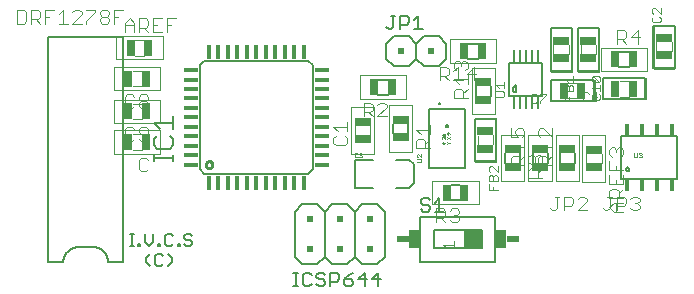
<source format=gto>
G75*
%MOIN*%
%OFA0B0*%
%FSLAX25Y25*%
%IPPOS*%
%LPD*%
%AMOC8*
5,1,8,0,0,1.08239X$1,22.5*
%
%ADD10C,0.00700*%
%ADD11C,0.00200*%
%ADD12C,0.00400*%
%ADD13R,0.02953X0.05709*%
%ADD14R,0.05709X0.02953*%
%ADD15C,0.00800*%
%ADD16C,0.00100*%
%ADD17C,0.01000*%
%ADD18C,0.00600*%
%ADD19R,0.01574X0.04528*%
%ADD20R,0.01575X0.04528*%
%ADD21R,0.01575X0.04528*%
%ADD22R,0.04528X0.01574*%
%ADD23R,0.04528X0.01575*%
%ADD24R,0.04528X0.01575*%
%ADD25C,0.00500*%
%ADD26R,0.02000X0.02000*%
%ADD27R,0.05512X0.02559*%
%ADD28R,0.02559X0.05512*%
%ADD29C,0.00300*%
%ADD30R,0.06000X0.06000*%
%ADD31R,0.03600X0.05900*%
%ADD32R,0.04200X0.02400*%
%ADD33R,0.00984X0.03937*%
%ADD34R,0.01400X0.04000*%
D10*
X0040396Y0016235D02*
X0041739Y0016235D01*
X0041068Y0016235D02*
X0041068Y0020263D01*
X0041739Y0020263D02*
X0040396Y0020263D01*
X0045471Y0020263D02*
X0045471Y0017577D01*
X0046814Y0016235D01*
X0048157Y0017577D01*
X0048157Y0020263D01*
X0051997Y0019591D02*
X0051997Y0016906D01*
X0052668Y0016235D01*
X0054011Y0016235D01*
X0054682Y0016906D01*
X0056347Y0016906D02*
X0057018Y0016906D01*
X0057018Y0016235D01*
X0056347Y0016235D01*
X0056347Y0016906D01*
X0058522Y0016906D02*
X0059193Y0016235D01*
X0060536Y0016235D01*
X0061207Y0016906D01*
X0061207Y0017577D01*
X0060536Y0018249D01*
X0059193Y0018249D01*
X0058522Y0018920D01*
X0058522Y0019591D01*
X0059193Y0020263D01*
X0060536Y0020263D01*
X0061207Y0019591D01*
X0054682Y0019591D02*
X0054011Y0020263D01*
X0052668Y0020263D01*
X0051997Y0019591D01*
X0050493Y0016906D02*
X0050493Y0016235D01*
X0049822Y0016235D01*
X0049822Y0016906D01*
X0050493Y0016906D01*
X0050691Y0013830D02*
X0049349Y0013830D01*
X0048677Y0013159D01*
X0048677Y0010474D01*
X0049349Y0009802D01*
X0050691Y0009802D01*
X0051363Y0010474D01*
X0053028Y0009802D02*
X0054370Y0011145D01*
X0054370Y0012488D01*
X0053028Y0013830D01*
X0051363Y0013159D02*
X0050691Y0013830D01*
X0047120Y0013830D02*
X0045777Y0012488D01*
X0045777Y0011145D01*
X0047120Y0009802D01*
X0043968Y0016235D02*
X0043296Y0016235D01*
X0043296Y0016906D01*
X0043968Y0016906D01*
X0043968Y0016235D01*
D11*
X0050630Y0047098D02*
X0035094Y0047098D01*
X0035094Y0054838D01*
X0050630Y0054838D01*
X0050630Y0047098D01*
X0050621Y0057317D02*
X0035086Y0057317D01*
X0035086Y0065057D01*
X0050621Y0065057D01*
X0050621Y0057317D01*
X0050621Y0068241D02*
X0035086Y0068241D01*
X0035086Y0075981D01*
X0050621Y0075981D01*
X0050621Y0068241D01*
X0051423Y0078560D02*
X0035888Y0078560D01*
X0035888Y0086300D01*
X0051423Y0086300D01*
X0051423Y0078560D01*
X0114169Y0062560D02*
X0121909Y0062560D01*
X0121909Y0047025D01*
X0114169Y0047025D01*
X0114169Y0062560D01*
X0117077Y0065436D02*
X0117077Y0073176D01*
X0132612Y0073176D01*
X0132612Y0065436D01*
X0117077Y0065436D01*
X0126779Y0063223D02*
X0134519Y0063223D01*
X0134519Y0047688D01*
X0126779Y0047688D01*
X0126779Y0063223D01*
X0146140Y0053821D02*
X0146640Y0054321D01*
X0147140Y0053821D01*
X0146640Y0053321D02*
X0146640Y0054321D01*
X0147040Y0052588D02*
X0146040Y0051921D01*
X0145540Y0051921D02*
X0145540Y0052588D01*
X0146040Y0052588D02*
X0147040Y0051921D01*
X0147040Y0050754D02*
X0146540Y0050754D01*
X0146206Y0051088D01*
X0146040Y0051088D01*
X0145640Y0050821D02*
X0144640Y0050821D01*
X0145140Y0051321D01*
X0145374Y0051921D02*
X0145540Y0051921D01*
X0145374Y0051921D02*
X0144706Y0052588D01*
X0144540Y0052588D01*
X0144540Y0051921D01*
X0144640Y0050821D02*
X0145140Y0050321D01*
X0146040Y0050421D02*
X0146206Y0050421D01*
X0146540Y0050754D01*
X0145040Y0053321D02*
X0145042Y0053341D01*
X0145048Y0053359D01*
X0145057Y0053377D01*
X0145069Y0053392D01*
X0145084Y0053404D01*
X0145102Y0053413D01*
X0145120Y0053419D01*
X0145140Y0053421D01*
X0145160Y0053419D01*
X0145178Y0053413D01*
X0145196Y0053404D01*
X0145211Y0053392D01*
X0145223Y0053377D01*
X0145232Y0053359D01*
X0145238Y0053341D01*
X0145240Y0053321D01*
X0145238Y0053301D01*
X0145232Y0053283D01*
X0145223Y0053265D01*
X0145211Y0053250D01*
X0145196Y0053238D01*
X0145178Y0053229D01*
X0145160Y0053223D01*
X0145140Y0053221D01*
X0145120Y0053223D01*
X0145102Y0053229D01*
X0145084Y0053238D01*
X0145069Y0053250D01*
X0145057Y0053265D01*
X0145048Y0053283D01*
X0145042Y0053301D01*
X0145040Y0053321D01*
X0144640Y0053321D02*
X0144642Y0053365D01*
X0144648Y0053409D01*
X0144658Y0053452D01*
X0144671Y0053494D01*
X0144688Y0053535D01*
X0144709Y0053574D01*
X0144733Y0053611D01*
X0144760Y0053646D01*
X0144790Y0053678D01*
X0144823Y0053708D01*
X0144859Y0053734D01*
X0144896Y0053758D01*
X0144936Y0053777D01*
X0144977Y0053794D01*
X0145020Y0053806D01*
X0145063Y0053815D01*
X0145107Y0053820D01*
X0145151Y0053821D01*
X0145195Y0053818D01*
X0145239Y0053811D01*
X0145282Y0053800D01*
X0145324Y0053786D01*
X0145364Y0053768D01*
X0145403Y0053746D01*
X0145439Y0053722D01*
X0145473Y0053694D01*
X0145505Y0053663D01*
X0145534Y0053629D01*
X0145560Y0053593D01*
X0145582Y0053555D01*
X0145601Y0053515D01*
X0145616Y0053473D01*
X0145628Y0053431D01*
X0145636Y0053387D01*
X0145640Y0053343D01*
X0145640Y0053299D01*
X0145636Y0053255D01*
X0145628Y0053211D01*
X0145616Y0053169D01*
X0145601Y0053127D01*
X0145582Y0053087D01*
X0145560Y0053049D01*
X0145534Y0053013D01*
X0145505Y0052979D01*
X0145473Y0052948D01*
X0145439Y0052920D01*
X0145403Y0052896D01*
X0145364Y0052874D01*
X0145324Y0052856D01*
X0145282Y0052842D01*
X0145239Y0052831D01*
X0145195Y0052824D01*
X0145151Y0052821D01*
X0145107Y0052822D01*
X0145063Y0052827D01*
X0145020Y0052836D01*
X0144977Y0052848D01*
X0144936Y0052865D01*
X0144896Y0052884D01*
X0144859Y0052908D01*
X0144823Y0052934D01*
X0144790Y0052964D01*
X0144760Y0052996D01*
X0144733Y0053031D01*
X0144709Y0053068D01*
X0144688Y0053107D01*
X0144671Y0053148D01*
X0144658Y0053190D01*
X0144648Y0053233D01*
X0144642Y0053277D01*
X0144640Y0053321D01*
X0155494Y0059069D02*
X0162447Y0059069D01*
X0162447Y0044321D01*
X0155494Y0044321D01*
X0155494Y0059069D01*
X0154410Y0060254D02*
X0162150Y0060254D01*
X0162150Y0075789D01*
X0154410Y0075789D01*
X0154410Y0060254D01*
X0164210Y0053389D02*
X0171950Y0053389D01*
X0171950Y0037854D01*
X0164210Y0037854D01*
X0164210Y0053389D01*
X0173310Y0053389D02*
X0181050Y0053389D01*
X0181050Y0037854D01*
X0173310Y0037854D01*
X0173310Y0053389D01*
X0182410Y0053389D02*
X0190150Y0053389D01*
X0190150Y0037854D01*
X0182410Y0037854D01*
X0182410Y0053389D01*
X0191197Y0053307D02*
X0198937Y0053307D01*
X0198937Y0037771D01*
X0191197Y0037771D01*
X0191197Y0053307D01*
X0195426Y0064674D02*
X0180678Y0064674D01*
X0180678Y0071627D01*
X0195426Y0071627D01*
X0195426Y0064674D01*
X0197806Y0065245D02*
X0197806Y0072198D01*
X0212554Y0072198D01*
X0212554Y0065245D01*
X0197806Y0065245D01*
X0196732Y0074401D02*
X0189779Y0074401D01*
X0189779Y0089149D01*
X0196732Y0089149D01*
X0196732Y0074401D01*
X0197412Y0074652D02*
X0197412Y0082392D01*
X0212948Y0082392D01*
X0212948Y0074652D01*
X0197412Y0074652D01*
X0187710Y0074412D02*
X0180757Y0074412D01*
X0180757Y0089160D01*
X0187710Y0089160D01*
X0187710Y0074412D01*
X0162548Y0077452D02*
X0162548Y0085192D01*
X0147012Y0085192D01*
X0147012Y0077452D01*
X0162548Y0077452D01*
X0215004Y0075348D02*
X0221956Y0075348D01*
X0221956Y0090096D01*
X0215004Y0090096D01*
X0215004Y0075348D01*
X0156769Y0037911D02*
X0141233Y0037911D01*
X0141233Y0030170D01*
X0156769Y0030170D01*
X0156769Y0037911D01*
D12*
X0167376Y0043322D02*
X0167376Y0045624D01*
X0168143Y0046391D01*
X0169678Y0046391D01*
X0170445Y0045624D01*
X0170445Y0043322D01*
X0170445Y0044856D02*
X0171980Y0046391D01*
X0173276Y0046020D02*
X0174043Y0046787D01*
X0174811Y0046787D01*
X0175578Y0046020D01*
X0175578Y0044485D01*
X0174811Y0043718D01*
X0174043Y0043718D01*
X0173276Y0044485D01*
X0173276Y0046020D01*
X0175578Y0046020D02*
X0176345Y0046787D01*
X0177113Y0046787D01*
X0177880Y0046020D01*
X0177880Y0044485D01*
X0177113Y0043718D01*
X0176345Y0043718D01*
X0175578Y0044485D01*
X0176476Y0045624D02*
X0176476Y0043322D01*
X0181080Y0043322D01*
X0179545Y0043322D02*
X0179545Y0045624D01*
X0178778Y0046391D01*
X0177243Y0046391D01*
X0176476Y0045624D01*
X0179545Y0044856D02*
X0181080Y0046391D01*
X0181080Y0047926D02*
X0181080Y0050995D01*
X0181080Y0052530D02*
X0178011Y0055599D01*
X0177243Y0055599D01*
X0176476Y0054832D01*
X0176476Y0053297D01*
X0177243Y0052530D01*
X0176476Y0049460D02*
X0181080Y0049460D01*
X0181080Y0052530D02*
X0181080Y0055599D01*
X0171980Y0054832D02*
X0171980Y0053297D01*
X0171213Y0052530D01*
X0169678Y0052530D02*
X0168911Y0054064D01*
X0168911Y0054832D01*
X0169678Y0055599D01*
X0171213Y0055599D01*
X0171980Y0054832D01*
X0167376Y0055599D02*
X0167376Y0052530D01*
X0169678Y0052530D01*
X0171980Y0050995D02*
X0171980Y0047926D01*
X0168911Y0047926D02*
X0167376Y0049460D01*
X0171980Y0049460D01*
X0176476Y0049460D02*
X0178011Y0047926D01*
X0171980Y0043322D02*
X0167376Y0043322D01*
X0173276Y0041416D02*
X0174043Y0042183D01*
X0175578Y0042183D01*
X0176345Y0041416D01*
X0176345Y0039114D01*
X0177880Y0039114D02*
X0173276Y0039114D01*
X0173276Y0041416D01*
X0176345Y0040649D02*
X0177880Y0042183D01*
X0192468Y0044039D02*
X0192468Y0046941D01*
X0197665Y0047039D02*
X0197665Y0044039D01*
X0200263Y0044600D02*
X0200263Y0041531D01*
X0204867Y0041531D01*
X0204867Y0039997D02*
X0204867Y0036927D01*
X0200263Y0036927D01*
X0200263Y0039997D01*
X0202565Y0041531D02*
X0202565Y0043066D01*
X0204099Y0046135D02*
X0204867Y0046902D01*
X0204867Y0048437D01*
X0204099Y0049204D01*
X0203332Y0049204D01*
X0202565Y0048437D01*
X0202565Y0047670D01*
X0202565Y0048437D02*
X0201797Y0049204D01*
X0201030Y0049204D01*
X0200263Y0048437D01*
X0200263Y0046902D01*
X0201030Y0046135D01*
X0202565Y0038462D02*
X0202565Y0036927D01*
X0202565Y0035393D02*
X0201030Y0035393D01*
X0200263Y0034625D01*
X0200263Y0032323D01*
X0204867Y0032323D01*
X0204992Y0032805D02*
X0202690Y0032805D01*
X0202690Y0028201D01*
X0202565Y0027719D02*
X0202565Y0030789D01*
X0201797Y0030789D02*
X0204867Y0030789D01*
X0205760Y0030503D02*
X0204992Y0029736D01*
X0202690Y0029736D01*
X0201797Y0030789D02*
X0200263Y0029254D01*
X0201797Y0027719D01*
X0204867Y0027719D01*
X0207294Y0028969D02*
X0208061Y0028201D01*
X0209596Y0028201D01*
X0210363Y0028969D01*
X0210363Y0029736D01*
X0209596Y0030503D01*
X0208829Y0030503D01*
X0209596Y0030503D02*
X0210363Y0031271D01*
X0210363Y0032038D01*
X0209596Y0032805D01*
X0208061Y0032805D01*
X0207294Y0032038D01*
X0205760Y0032038D02*
X0205760Y0030503D01*
X0205760Y0032038D02*
X0204992Y0032805D01*
X0203332Y0032323D02*
X0203332Y0034625D01*
X0202565Y0035393D01*
X0203332Y0033858D02*
X0204867Y0035393D01*
X0201156Y0032805D02*
X0199621Y0032805D01*
X0200388Y0032805D02*
X0200388Y0028969D01*
X0199621Y0028201D01*
X0198854Y0028201D01*
X0198086Y0028969D01*
X0192732Y0028207D02*
X0189663Y0028207D01*
X0192732Y0031276D01*
X0192732Y0032043D01*
X0191965Y0032811D01*
X0190430Y0032811D01*
X0189663Y0032043D01*
X0188128Y0032043D02*
X0188128Y0030509D01*
X0187361Y0029741D01*
X0185059Y0029741D01*
X0182757Y0028974D02*
X0182757Y0032811D01*
X0183524Y0032811D02*
X0181989Y0032811D01*
X0185059Y0032811D02*
X0187361Y0032811D01*
X0188128Y0032043D01*
X0185059Y0032811D02*
X0185059Y0028207D01*
X0182757Y0028974D02*
X0181989Y0028207D01*
X0181222Y0028207D01*
X0180455Y0028974D01*
X0150166Y0028077D02*
X0150166Y0027310D01*
X0149399Y0026542D01*
X0150166Y0025775D01*
X0150166Y0025008D01*
X0149399Y0024240D01*
X0147864Y0024240D01*
X0147097Y0025008D01*
X0145563Y0024240D02*
X0144028Y0025775D01*
X0144795Y0025775D02*
X0142493Y0025775D01*
X0142493Y0024240D02*
X0142493Y0028844D01*
X0144795Y0028844D01*
X0145563Y0028077D01*
X0145563Y0026542D01*
X0144795Y0025775D01*
X0147097Y0028077D02*
X0147864Y0028844D01*
X0149399Y0028844D01*
X0150166Y0028077D01*
X0149399Y0026542D02*
X0148632Y0026542D01*
X0140449Y0048948D02*
X0135845Y0048948D01*
X0135845Y0051250D01*
X0136613Y0052017D01*
X0138147Y0052017D01*
X0138915Y0051250D01*
X0138915Y0048948D01*
X0138915Y0050482D02*
X0140449Y0052017D01*
X0140449Y0053552D02*
X0140449Y0056621D01*
X0140449Y0055086D02*
X0135845Y0055086D01*
X0137380Y0053552D01*
X0126010Y0059506D02*
X0122941Y0059506D01*
X0126010Y0062575D01*
X0126010Y0063343D01*
X0125243Y0064110D01*
X0123708Y0064110D01*
X0122941Y0063343D01*
X0121406Y0063343D02*
X0121406Y0061808D01*
X0120639Y0061041D01*
X0118337Y0061041D01*
X0119871Y0061041D02*
X0121406Y0059506D01*
X0118337Y0059506D02*
X0118337Y0064110D01*
X0120639Y0064110D01*
X0121406Y0063343D01*
X0112839Y0057666D02*
X0112839Y0054597D01*
X0112072Y0053062D02*
X0112839Y0052295D01*
X0112839Y0050760D01*
X0112072Y0049993D01*
X0109002Y0049993D01*
X0108235Y0050760D01*
X0108235Y0052295D01*
X0109002Y0053062D01*
X0109770Y0054597D02*
X0108235Y0056131D01*
X0112839Y0056131D01*
X0115441Y0056293D02*
X0115441Y0053293D01*
X0120637Y0053391D02*
X0120637Y0056293D01*
X0148476Y0065722D02*
X0148476Y0068024D01*
X0149243Y0068791D01*
X0150778Y0068791D01*
X0151545Y0068024D01*
X0151545Y0065722D01*
X0151545Y0067256D02*
X0153080Y0068791D01*
X0153080Y0070326D02*
X0153080Y0073395D01*
X0152876Y0073824D02*
X0155945Y0073824D01*
X0155178Y0071522D02*
X0155178Y0076126D01*
X0152876Y0073824D01*
X0152313Y0074930D02*
X0153080Y0075697D01*
X0153080Y0077232D01*
X0152313Y0077999D01*
X0151545Y0077999D01*
X0150778Y0077232D01*
X0150778Y0076464D01*
X0150778Y0077232D02*
X0150011Y0077999D01*
X0149243Y0077999D01*
X0148476Y0077232D01*
X0148476Y0075697D01*
X0149243Y0074930D01*
X0148272Y0074591D02*
X0149807Y0076126D01*
X0149807Y0071522D01*
X0150011Y0070326D02*
X0148476Y0071860D01*
X0153080Y0071860D01*
X0151341Y0071522D02*
X0148272Y0071522D01*
X0146738Y0071522D02*
X0145203Y0073056D01*
X0145970Y0073056D02*
X0143668Y0073056D01*
X0143668Y0071522D02*
X0143668Y0076126D01*
X0145970Y0076126D01*
X0146738Y0075358D01*
X0146738Y0073824D01*
X0145970Y0073056D01*
X0148476Y0065722D02*
X0153080Y0065722D01*
X0156372Y0053097D02*
X0156372Y0050195D01*
X0161569Y0050195D02*
X0161569Y0053195D01*
X0186552Y0065552D02*
X0189552Y0065552D01*
X0189453Y0070749D02*
X0186552Y0070749D01*
X0203680Y0071320D02*
X0206582Y0071320D01*
X0206680Y0066123D02*
X0203680Y0066123D01*
X0195854Y0080275D02*
X0195854Y0083275D01*
X0190657Y0083176D02*
X0190657Y0080275D01*
X0186832Y0080286D02*
X0186832Y0083286D01*
X0181635Y0083188D02*
X0181635Y0080286D01*
X0202880Y0083722D02*
X0202880Y0088326D01*
X0205182Y0088326D01*
X0205949Y0087558D01*
X0205949Y0086024D01*
X0205182Y0085256D01*
X0202880Y0085256D01*
X0204415Y0085256D02*
X0205949Y0083722D01*
X0209786Y0083722D02*
X0209786Y0088326D01*
X0207484Y0086024D01*
X0210553Y0086024D01*
X0215882Y0084222D02*
X0215882Y0081222D01*
X0221078Y0081320D02*
X0221078Y0084222D01*
X0055737Y0092234D02*
X0052667Y0092234D01*
X0052667Y0087630D01*
X0051133Y0087630D02*
X0048063Y0087630D01*
X0048063Y0092234D01*
X0051133Y0092234D01*
X0052667Y0089932D02*
X0054202Y0089932D01*
X0049598Y0089932D02*
X0048063Y0089932D01*
X0046529Y0089932D02*
X0045761Y0089165D01*
X0043460Y0089165D01*
X0044994Y0089165D02*
X0046529Y0087630D01*
X0043460Y0087630D02*
X0043460Y0092234D01*
X0045761Y0092234D01*
X0046529Y0091467D01*
X0046529Y0089932D01*
X0041925Y0089932D02*
X0038856Y0089932D01*
X0038856Y0090699D02*
X0040390Y0092234D01*
X0041925Y0090699D01*
X0041925Y0087630D01*
X0038856Y0087630D02*
X0038856Y0090699D01*
X0035094Y0090449D02*
X0035094Y0095052D01*
X0038163Y0095052D01*
X0036629Y0092751D02*
X0035094Y0092751D01*
X0033559Y0093518D02*
X0032792Y0092751D01*
X0031258Y0092751D01*
X0030490Y0093518D01*
X0030490Y0094285D01*
X0031258Y0095052D01*
X0032792Y0095052D01*
X0033559Y0094285D01*
X0033559Y0093518D01*
X0032792Y0092751D02*
X0033559Y0091983D01*
X0033559Y0091216D01*
X0032792Y0090449D01*
X0031258Y0090449D01*
X0030490Y0091216D01*
X0030490Y0091983D01*
X0031258Y0092751D01*
X0028956Y0094285D02*
X0025886Y0091216D01*
X0025886Y0090449D01*
X0024352Y0090449D02*
X0021282Y0090449D01*
X0024352Y0093518D01*
X0024352Y0094285D01*
X0023584Y0095052D01*
X0022050Y0095052D01*
X0021282Y0094285D01*
X0018213Y0095052D02*
X0018213Y0090449D01*
X0016678Y0090449D02*
X0019748Y0090449D01*
X0013609Y0092751D02*
X0012075Y0092751D01*
X0010540Y0092751D02*
X0009773Y0091983D01*
X0007471Y0091983D01*
X0009005Y0091983D02*
X0010540Y0090449D01*
X0012075Y0090449D02*
X0012075Y0095052D01*
X0015144Y0095052D01*
X0016678Y0093518D02*
X0018213Y0095052D01*
X0025886Y0095052D02*
X0028956Y0095052D01*
X0028956Y0094285D01*
X0010540Y0094285D02*
X0010540Y0092751D01*
X0010540Y0094285D02*
X0009773Y0095052D01*
X0007471Y0095052D01*
X0007471Y0090449D01*
X0005936Y0091216D02*
X0005936Y0094285D01*
X0005169Y0095052D01*
X0002867Y0095052D01*
X0002867Y0090449D01*
X0005169Y0090449D01*
X0005936Y0091216D01*
X0042156Y0085028D02*
X0045156Y0085028D01*
X0045156Y0079832D02*
X0042254Y0079832D01*
X0041354Y0074710D02*
X0044255Y0074710D01*
X0044354Y0069513D02*
X0041354Y0069513D01*
X0041148Y0066915D02*
X0039613Y0066915D01*
X0038846Y0066148D01*
X0038846Y0063079D01*
X0039613Y0062311D01*
X0041148Y0062311D01*
X0041915Y0063079D01*
X0041354Y0063786D02*
X0044255Y0063786D01*
X0043450Y0063846D02*
X0044217Y0064613D01*
X0045752Y0064613D01*
X0046519Y0063846D01*
X0046519Y0063079D01*
X0045752Y0062311D01*
X0044217Y0062311D01*
X0043450Y0063079D01*
X0043450Y0063846D01*
X0044217Y0064613D02*
X0043450Y0065381D01*
X0043450Y0066148D01*
X0044217Y0066915D01*
X0045752Y0066915D01*
X0046519Y0066148D01*
X0046519Y0065381D01*
X0045752Y0064613D01*
X0041915Y0066148D02*
X0041148Y0066915D01*
X0041354Y0058589D02*
X0044354Y0058589D01*
X0044217Y0055991D02*
X0043450Y0055224D01*
X0043450Y0054457D01*
X0044217Y0053689D01*
X0046519Y0053689D01*
X0046519Y0052155D02*
X0046519Y0055224D01*
X0045752Y0055991D01*
X0044217Y0055991D01*
X0041915Y0055224D02*
X0041148Y0055991D01*
X0039613Y0055991D01*
X0038846Y0055224D01*
X0038846Y0052155D01*
X0039613Y0051387D01*
X0041148Y0051387D01*
X0041915Y0052155D01*
X0041362Y0053566D02*
X0044264Y0053566D01*
X0043450Y0052155D02*
X0044217Y0051387D01*
X0045752Y0051387D01*
X0046519Y0052155D01*
X0044362Y0048370D02*
X0041362Y0048370D01*
X0044225Y0045772D02*
X0043458Y0045005D01*
X0043458Y0041935D01*
X0044225Y0041168D01*
X0045760Y0041168D01*
X0046527Y0041935D01*
X0046527Y0045005D02*
X0045760Y0045772D01*
X0044225Y0045772D01*
D13*
X0045685Y0050964D03*
X0039985Y0050964D03*
X0039977Y0061183D03*
X0045677Y0061183D03*
X0045677Y0072107D03*
X0039977Y0072107D03*
X0040832Y0082435D03*
X0046532Y0082435D03*
X0185175Y0068146D03*
X0190875Y0068146D03*
X0202303Y0068717D03*
X0208003Y0068717D03*
D14*
X0218475Y0079898D03*
X0218475Y0085598D03*
X0193260Y0084598D03*
X0184238Y0084610D03*
X0184238Y0078910D03*
X0193260Y0078898D03*
X0158975Y0054519D03*
X0158975Y0048819D03*
X0195071Y0048363D03*
X0195071Y0042663D03*
X0118035Y0051969D03*
X0118035Y0057669D03*
D15*
X0140235Y0062163D02*
X0143385Y0062163D01*
X0143440Y0063758D02*
X0143442Y0063786D01*
X0143448Y0063813D01*
X0143457Y0063839D01*
X0143470Y0063864D01*
X0143487Y0063887D01*
X0143506Y0063907D01*
X0143528Y0063924D01*
X0143552Y0063938D01*
X0143578Y0063948D01*
X0143605Y0063955D01*
X0143633Y0063958D01*
X0143661Y0063957D01*
X0143688Y0063952D01*
X0143715Y0063943D01*
X0143740Y0063931D01*
X0143763Y0063916D01*
X0143784Y0063897D01*
X0143802Y0063876D01*
X0143817Y0063852D01*
X0143828Y0063826D01*
X0143836Y0063800D01*
X0143840Y0063772D01*
X0143840Y0063744D01*
X0143836Y0063716D01*
X0143828Y0063690D01*
X0143817Y0063664D01*
X0143802Y0063640D01*
X0143784Y0063619D01*
X0143763Y0063600D01*
X0143740Y0063585D01*
X0143715Y0063573D01*
X0143688Y0063564D01*
X0143661Y0063559D01*
X0143633Y0063558D01*
X0143605Y0063561D01*
X0143578Y0063568D01*
X0143552Y0063578D01*
X0143528Y0063592D01*
X0143506Y0063609D01*
X0143487Y0063629D01*
X0143470Y0063652D01*
X0143457Y0063677D01*
X0143448Y0063703D01*
X0143442Y0063730D01*
X0143440Y0063758D01*
X0148896Y0062163D02*
X0152046Y0062163D01*
X0145746Y0056258D02*
X0145748Y0056297D01*
X0145754Y0056336D01*
X0145764Y0056374D01*
X0145777Y0056411D01*
X0145794Y0056446D01*
X0145814Y0056480D01*
X0145838Y0056511D01*
X0145865Y0056540D01*
X0145894Y0056566D01*
X0145926Y0056589D01*
X0145960Y0056609D01*
X0145996Y0056625D01*
X0146033Y0056637D01*
X0146072Y0056646D01*
X0146111Y0056651D01*
X0146150Y0056652D01*
X0146189Y0056649D01*
X0146228Y0056642D01*
X0146265Y0056631D01*
X0146302Y0056617D01*
X0146337Y0056599D01*
X0146370Y0056578D01*
X0146401Y0056553D01*
X0146429Y0056526D01*
X0146454Y0056496D01*
X0146476Y0056463D01*
X0146495Y0056429D01*
X0146510Y0056393D01*
X0146522Y0056355D01*
X0146530Y0056317D01*
X0146534Y0056278D01*
X0146534Y0056238D01*
X0146530Y0056199D01*
X0146522Y0056161D01*
X0146510Y0056123D01*
X0146495Y0056087D01*
X0146476Y0056053D01*
X0146454Y0056020D01*
X0146429Y0055990D01*
X0146401Y0055963D01*
X0146370Y0055938D01*
X0146337Y0055917D01*
X0146302Y0055899D01*
X0146265Y0055885D01*
X0146228Y0055874D01*
X0146189Y0055867D01*
X0146150Y0055864D01*
X0146111Y0055865D01*
X0146072Y0055870D01*
X0146033Y0055879D01*
X0145996Y0055891D01*
X0145960Y0055907D01*
X0145926Y0055927D01*
X0145894Y0055950D01*
X0145865Y0055976D01*
X0145838Y0056005D01*
X0145814Y0056036D01*
X0145794Y0056070D01*
X0145777Y0056105D01*
X0145764Y0056142D01*
X0145754Y0056180D01*
X0145748Y0056219D01*
X0145746Y0056258D01*
X0166934Y0066350D02*
X0166934Y0077374D01*
X0177958Y0077374D01*
X0177958Y0066350D01*
X0166934Y0066350D01*
X0169297Y0067531D02*
X0169297Y0069893D01*
X0169230Y0069891D01*
X0169162Y0069885D01*
X0169096Y0069876D01*
X0169030Y0069862D01*
X0168964Y0069845D01*
X0168900Y0069824D01*
X0168837Y0069800D01*
X0168776Y0069772D01*
X0168716Y0069740D01*
X0168659Y0069706D01*
X0168603Y0069667D01*
X0168549Y0069626D01*
X0168498Y0069582D01*
X0168450Y0069535D01*
X0168404Y0069485D01*
X0168362Y0069433D01*
X0168322Y0069379D01*
X0168286Y0069322D01*
X0168252Y0069263D01*
X0168223Y0069203D01*
X0168196Y0069140D01*
X0168174Y0069077D01*
X0168155Y0069012D01*
X0168140Y0068947D01*
X0168128Y0068880D01*
X0168120Y0068813D01*
X0168116Y0068746D01*
X0168116Y0068678D01*
X0168120Y0068611D01*
X0168128Y0068544D01*
X0168140Y0068477D01*
X0168155Y0068412D01*
X0168174Y0068347D01*
X0168196Y0068284D01*
X0168223Y0068221D01*
X0168252Y0068161D01*
X0168286Y0068102D01*
X0168322Y0068045D01*
X0168362Y0067991D01*
X0168404Y0067939D01*
X0168450Y0067889D01*
X0168498Y0067842D01*
X0168549Y0067798D01*
X0168603Y0067757D01*
X0168659Y0067718D01*
X0168716Y0067684D01*
X0168776Y0067652D01*
X0168837Y0067624D01*
X0168900Y0067600D01*
X0168964Y0067579D01*
X0169030Y0067562D01*
X0169096Y0067548D01*
X0169162Y0067539D01*
X0169230Y0067533D01*
X0169297Y0067531D01*
X0135124Y0043549D02*
X0133549Y0045123D01*
X0129219Y0045123D01*
X0135124Y0043549D02*
X0135124Y0037249D01*
X0133549Y0035675D01*
X0129219Y0035675D01*
X0121345Y0035675D02*
X0115439Y0035675D01*
X0115439Y0045123D01*
X0121345Y0045123D01*
X0140235Y0042478D02*
X0143385Y0042478D01*
X0148896Y0042478D02*
X0152046Y0042478D01*
X0101480Y0041905D02*
X0099905Y0040330D01*
X0065259Y0040330D01*
X0063684Y0041905D01*
X0063684Y0076551D01*
X0065259Y0078125D01*
X0099905Y0078125D01*
X0101480Y0076551D01*
X0101480Y0041905D01*
X0205837Y0041960D02*
X0205839Y0042007D01*
X0205845Y0042054D01*
X0205855Y0042101D01*
X0205868Y0042146D01*
X0205886Y0042190D01*
X0205907Y0042232D01*
X0205931Y0042273D01*
X0205959Y0042311D01*
X0205990Y0042347D01*
X0206024Y0042380D01*
X0206060Y0042410D01*
X0206099Y0042437D01*
X0206140Y0042461D01*
X0206183Y0042481D01*
X0206227Y0042497D01*
X0206273Y0042510D01*
X0206319Y0042519D01*
X0206367Y0042524D01*
X0206414Y0042525D01*
X0206461Y0042522D01*
X0206508Y0042515D01*
X0206554Y0042504D01*
X0206599Y0042490D01*
X0206643Y0042471D01*
X0206684Y0042449D01*
X0206724Y0042424D01*
X0206762Y0042395D01*
X0206797Y0042364D01*
X0206830Y0042329D01*
X0206859Y0042292D01*
X0206885Y0042253D01*
X0206908Y0042211D01*
X0206927Y0042168D01*
X0206943Y0042123D01*
X0206955Y0042077D01*
X0206963Y0042031D01*
X0206967Y0041984D01*
X0206967Y0041936D01*
X0206963Y0041889D01*
X0206955Y0041843D01*
X0206943Y0041797D01*
X0206927Y0041752D01*
X0206908Y0041709D01*
X0206885Y0041667D01*
X0206859Y0041628D01*
X0206830Y0041591D01*
X0206797Y0041556D01*
X0206762Y0041525D01*
X0206724Y0041496D01*
X0206685Y0041471D01*
X0206643Y0041449D01*
X0206599Y0041430D01*
X0206554Y0041416D01*
X0206508Y0041405D01*
X0206461Y0041398D01*
X0206414Y0041395D01*
X0206367Y0041396D01*
X0206319Y0041401D01*
X0206273Y0041410D01*
X0206227Y0041423D01*
X0206183Y0041439D01*
X0206140Y0041459D01*
X0206099Y0041483D01*
X0206060Y0041510D01*
X0206024Y0041540D01*
X0205990Y0041573D01*
X0205959Y0041609D01*
X0205931Y0041647D01*
X0205907Y0041688D01*
X0205886Y0041730D01*
X0205868Y0041774D01*
X0205855Y0041819D01*
X0205845Y0041866D01*
X0205839Y0041913D01*
X0205837Y0041960D01*
D16*
X0208802Y0045910D02*
X0209303Y0045910D01*
X0209553Y0046160D01*
X0209553Y0047411D01*
X0210025Y0047161D02*
X0210276Y0047411D01*
X0210776Y0047411D01*
X0211026Y0047161D01*
X0211026Y0046910D01*
X0210776Y0046660D01*
X0211026Y0046410D01*
X0211026Y0046160D01*
X0210776Y0045910D01*
X0210276Y0045910D01*
X0210025Y0046160D01*
X0210526Y0046660D02*
X0210776Y0046660D01*
X0208802Y0045910D02*
X0208552Y0046160D01*
X0208552Y0047411D01*
X0137590Y0046845D02*
X0137590Y0045844D01*
X0136590Y0046845D01*
X0136339Y0046845D01*
X0136089Y0046595D01*
X0136089Y0046094D01*
X0136339Y0045844D01*
X0136089Y0045371D02*
X0137340Y0045371D01*
X0137590Y0045121D01*
X0137590Y0044621D01*
X0137340Y0044371D01*
X0136089Y0044371D01*
X0117806Y0046136D02*
X0117555Y0045886D01*
X0117055Y0045886D01*
X0116805Y0046136D01*
X0116332Y0046136D02*
X0116082Y0045886D01*
X0115582Y0045886D01*
X0115332Y0046136D01*
X0115332Y0047137D01*
X0115582Y0047387D01*
X0116082Y0047387D01*
X0116332Y0047137D01*
X0116805Y0047137D02*
X0117055Y0047387D01*
X0117555Y0047387D01*
X0117806Y0047137D01*
X0117806Y0046887D01*
X0117555Y0046637D01*
X0117806Y0046386D01*
X0117806Y0046136D01*
X0117555Y0046637D02*
X0117305Y0046637D01*
D17*
X0065721Y0043480D02*
X0065723Y0043547D01*
X0065729Y0043613D01*
X0065739Y0043679D01*
X0065753Y0043744D01*
X0065770Y0043808D01*
X0065792Y0043871D01*
X0065817Y0043933D01*
X0065846Y0043993D01*
X0065879Y0044051D01*
X0065914Y0044107D01*
X0065954Y0044161D01*
X0065996Y0044212D01*
X0066041Y0044261D01*
X0066089Y0044307D01*
X0066140Y0044350D01*
X0066193Y0044390D01*
X0066249Y0044427D01*
X0066307Y0044460D01*
X0066366Y0044490D01*
X0066427Y0044516D01*
X0066490Y0044539D01*
X0066554Y0044557D01*
X0066619Y0044572D01*
X0066685Y0044583D01*
X0066751Y0044590D01*
X0066817Y0044593D01*
X0066884Y0044592D01*
X0066950Y0044587D01*
X0067016Y0044578D01*
X0067082Y0044565D01*
X0067146Y0044548D01*
X0067209Y0044528D01*
X0067271Y0044503D01*
X0067332Y0044475D01*
X0067391Y0044444D01*
X0067447Y0044409D01*
X0067502Y0044371D01*
X0067554Y0044329D01*
X0067603Y0044284D01*
X0067650Y0044237D01*
X0067694Y0044187D01*
X0067734Y0044134D01*
X0067772Y0044079D01*
X0067806Y0044022D01*
X0067837Y0043963D01*
X0067864Y0043902D01*
X0067887Y0043840D01*
X0067907Y0043776D01*
X0067923Y0043711D01*
X0067935Y0043646D01*
X0067943Y0043580D01*
X0067947Y0043513D01*
X0067947Y0043447D01*
X0067943Y0043380D01*
X0067935Y0043314D01*
X0067923Y0043249D01*
X0067907Y0043184D01*
X0067887Y0043120D01*
X0067864Y0043058D01*
X0067837Y0042997D01*
X0067806Y0042938D01*
X0067772Y0042881D01*
X0067734Y0042826D01*
X0067694Y0042773D01*
X0067650Y0042723D01*
X0067603Y0042676D01*
X0067554Y0042631D01*
X0067502Y0042589D01*
X0067447Y0042551D01*
X0067390Y0042516D01*
X0067332Y0042485D01*
X0067271Y0042457D01*
X0067209Y0042432D01*
X0067146Y0042412D01*
X0067082Y0042395D01*
X0067016Y0042382D01*
X0066950Y0042373D01*
X0066884Y0042368D01*
X0066817Y0042367D01*
X0066751Y0042370D01*
X0066685Y0042377D01*
X0066619Y0042388D01*
X0066554Y0042403D01*
X0066490Y0042421D01*
X0066427Y0042444D01*
X0066366Y0042470D01*
X0066307Y0042500D01*
X0066249Y0042533D01*
X0066193Y0042570D01*
X0066140Y0042610D01*
X0066089Y0042653D01*
X0066041Y0042699D01*
X0065996Y0042748D01*
X0065954Y0042799D01*
X0065914Y0042853D01*
X0065879Y0042909D01*
X0065846Y0042967D01*
X0065817Y0043027D01*
X0065792Y0043089D01*
X0065770Y0043152D01*
X0065753Y0043216D01*
X0065739Y0043281D01*
X0065729Y0043347D01*
X0065723Y0043413D01*
X0065721Y0043480D01*
D18*
X0054782Y0044528D02*
X0054782Y0046663D01*
X0054782Y0045595D02*
X0048377Y0045595D01*
X0048377Y0044528D02*
X0048377Y0046663D01*
X0049444Y0048825D02*
X0053714Y0048825D01*
X0054782Y0049892D01*
X0054782Y0052027D01*
X0053714Y0053095D01*
X0049444Y0053095D02*
X0048377Y0052027D01*
X0048377Y0049892D01*
X0049444Y0048825D01*
X0050512Y0055270D02*
X0048377Y0057405D01*
X0054782Y0057405D01*
X0054782Y0055270D02*
X0054782Y0059541D01*
X0095406Y0027667D02*
X0097906Y0030167D01*
X0102906Y0030167D01*
X0105406Y0027667D01*
X0105406Y0012667D01*
X0102906Y0010167D01*
X0097906Y0010167D01*
X0095406Y0012667D01*
X0095406Y0027667D01*
X0105406Y0027667D02*
X0107906Y0030167D01*
X0112906Y0030167D01*
X0115406Y0027667D01*
X0115406Y0012667D01*
X0112906Y0010167D01*
X0107906Y0010167D01*
X0105406Y0012667D01*
X0115406Y0012667D02*
X0117906Y0010167D01*
X0122906Y0010167D01*
X0125406Y0012667D01*
X0125406Y0027667D01*
X0122906Y0030167D01*
X0117906Y0030167D01*
X0115406Y0027667D01*
X0137088Y0026051D02*
X0162288Y0026051D01*
X0162288Y0011051D01*
X0137088Y0011051D01*
X0137088Y0026051D01*
X0141688Y0021551D02*
X0157688Y0021551D01*
X0157688Y0015551D01*
X0141688Y0015551D01*
X0141688Y0021551D01*
X0147387Y0031540D02*
X0150615Y0031540D01*
X0150615Y0036540D02*
X0147387Y0036540D01*
X0165580Y0044008D02*
X0165580Y0047236D01*
X0170580Y0047236D02*
X0170580Y0044008D01*
X0174680Y0044008D02*
X0174680Y0047236D01*
X0179680Y0047236D02*
X0179680Y0044008D01*
X0183780Y0044008D02*
X0183780Y0047236D01*
X0188780Y0047236D02*
X0188780Y0044008D01*
X0204203Y0038761D02*
X0204203Y0052958D01*
X0222801Y0052958D01*
X0222801Y0038761D01*
X0204203Y0038761D01*
X0160780Y0066408D02*
X0160780Y0069636D01*
X0155780Y0069636D02*
X0155780Y0066408D01*
X0145979Y0078677D02*
X0143479Y0076177D01*
X0138479Y0076177D01*
X0135979Y0078677D01*
X0133479Y0076177D01*
X0128479Y0076177D01*
X0125979Y0078677D01*
X0125979Y0083677D01*
X0128479Y0086177D01*
X0133479Y0086177D01*
X0135979Y0083677D01*
X0138479Y0086177D01*
X0143479Y0086177D01*
X0145979Y0083677D01*
X0145979Y0078677D01*
X0153166Y0078822D02*
X0156394Y0078822D01*
X0156394Y0083822D02*
X0153166Y0083822D01*
X0135979Y0083677D02*
X0135979Y0078677D01*
X0126459Y0071806D02*
X0123230Y0071806D01*
X0123230Y0066806D02*
X0126459Y0066806D01*
X0128149Y0057070D02*
X0128149Y0053841D01*
X0133149Y0053841D02*
X0133149Y0057070D01*
X0203566Y0076022D02*
X0206794Y0076022D01*
X0206794Y0081022D02*
X0203566Y0081022D01*
D19*
X0098330Y0080980D03*
X0082582Y0080980D03*
X0066834Y0080980D03*
X0066834Y0037476D03*
X0082582Y0037476D03*
X0098330Y0037476D03*
D20*
X0095180Y0037476D03*
X0092030Y0037476D03*
X0073134Y0037476D03*
X0069984Y0037476D03*
X0069984Y0080980D03*
X0073134Y0080980D03*
X0092030Y0080980D03*
X0095180Y0080980D03*
D21*
X0088881Y0080980D03*
X0085731Y0080980D03*
X0079433Y0080980D03*
X0076283Y0080980D03*
X0076283Y0037476D03*
X0079433Y0037476D03*
X0085731Y0037476D03*
X0088881Y0037476D03*
D22*
X0104334Y0043480D03*
X0104334Y0059228D03*
X0104334Y0074976D03*
X0060830Y0074976D03*
X0060830Y0059228D03*
X0060830Y0043480D03*
D23*
X0060830Y0046629D03*
X0060830Y0049779D03*
X0060830Y0068676D03*
X0060830Y0071826D03*
X0104334Y0071826D03*
X0104334Y0068676D03*
X0104334Y0049779D03*
X0104334Y0046629D03*
D24*
X0104334Y0052928D03*
X0104334Y0056078D03*
X0104334Y0062377D03*
X0104334Y0065527D03*
X0060830Y0065527D03*
X0060830Y0062377D03*
X0060830Y0056078D03*
X0060830Y0052928D03*
D25*
X0018219Y0010957D02*
X0013219Y0010957D01*
X0013219Y0085957D01*
X0038219Y0085957D01*
X0038219Y0010957D01*
X0033219Y0010957D01*
X0033217Y0011097D01*
X0033211Y0011237D01*
X0033201Y0011377D01*
X0033188Y0011517D01*
X0033170Y0011656D01*
X0033148Y0011795D01*
X0033123Y0011932D01*
X0033094Y0012070D01*
X0033061Y0012206D01*
X0033024Y0012341D01*
X0032983Y0012475D01*
X0032938Y0012608D01*
X0032890Y0012740D01*
X0032838Y0012870D01*
X0032783Y0012999D01*
X0032724Y0013126D01*
X0032661Y0013252D01*
X0032595Y0013376D01*
X0032526Y0013497D01*
X0032453Y0013617D01*
X0032376Y0013735D01*
X0032297Y0013850D01*
X0032214Y0013964D01*
X0032128Y0014074D01*
X0032039Y0014183D01*
X0031947Y0014289D01*
X0031852Y0014392D01*
X0031755Y0014493D01*
X0031654Y0014590D01*
X0031551Y0014685D01*
X0031445Y0014777D01*
X0031336Y0014866D01*
X0031226Y0014952D01*
X0031112Y0015035D01*
X0030997Y0015114D01*
X0030879Y0015191D01*
X0030759Y0015264D01*
X0030638Y0015333D01*
X0030514Y0015399D01*
X0030388Y0015462D01*
X0030261Y0015521D01*
X0030132Y0015576D01*
X0030002Y0015628D01*
X0029870Y0015676D01*
X0029737Y0015721D01*
X0029603Y0015762D01*
X0029468Y0015799D01*
X0029332Y0015832D01*
X0029194Y0015861D01*
X0029057Y0015886D01*
X0028918Y0015908D01*
X0028779Y0015926D01*
X0028639Y0015939D01*
X0028499Y0015949D01*
X0028359Y0015955D01*
X0028219Y0015957D01*
X0023219Y0015957D01*
X0023079Y0015955D01*
X0022939Y0015949D01*
X0022799Y0015939D01*
X0022659Y0015926D01*
X0022520Y0015908D01*
X0022381Y0015886D01*
X0022244Y0015861D01*
X0022106Y0015832D01*
X0021970Y0015799D01*
X0021835Y0015762D01*
X0021701Y0015721D01*
X0021568Y0015676D01*
X0021436Y0015628D01*
X0021306Y0015576D01*
X0021177Y0015521D01*
X0021050Y0015462D01*
X0020924Y0015399D01*
X0020800Y0015333D01*
X0020679Y0015264D01*
X0020559Y0015191D01*
X0020441Y0015114D01*
X0020326Y0015035D01*
X0020212Y0014952D01*
X0020102Y0014866D01*
X0019993Y0014777D01*
X0019887Y0014685D01*
X0019784Y0014590D01*
X0019683Y0014493D01*
X0019586Y0014392D01*
X0019491Y0014289D01*
X0019399Y0014183D01*
X0019310Y0014074D01*
X0019224Y0013964D01*
X0019141Y0013850D01*
X0019062Y0013735D01*
X0018985Y0013617D01*
X0018912Y0013497D01*
X0018843Y0013376D01*
X0018777Y0013252D01*
X0018714Y0013126D01*
X0018655Y0012999D01*
X0018600Y0012870D01*
X0018548Y0012740D01*
X0018500Y0012608D01*
X0018455Y0012475D01*
X0018414Y0012341D01*
X0018377Y0012206D01*
X0018344Y0012070D01*
X0018315Y0011932D01*
X0018290Y0011795D01*
X0018268Y0011656D01*
X0018250Y0011517D01*
X0018237Y0011377D01*
X0018227Y0011237D01*
X0018221Y0011097D01*
X0018219Y0010957D01*
X0094963Y0007420D02*
X0096464Y0007420D01*
X0095714Y0007420D02*
X0095714Y0002917D01*
X0096464Y0002917D02*
X0094963Y0002917D01*
X0098032Y0003667D02*
X0098783Y0002917D01*
X0100284Y0002917D01*
X0101035Y0003667D01*
X0102636Y0003667D02*
X0103387Y0002917D01*
X0104888Y0002917D01*
X0105639Y0003667D01*
X0105639Y0004418D01*
X0104888Y0005169D01*
X0103387Y0005169D01*
X0102636Y0005919D01*
X0102636Y0006670D01*
X0103387Y0007420D01*
X0104888Y0007420D01*
X0105639Y0006670D01*
X0107240Y0007420D02*
X0109492Y0007420D01*
X0110243Y0006670D01*
X0110243Y0005169D01*
X0109492Y0004418D01*
X0107240Y0004418D01*
X0107240Y0002917D02*
X0107240Y0007420D01*
X0111844Y0005169D02*
X0114096Y0005169D01*
X0114847Y0004418D01*
X0114847Y0003667D01*
X0114096Y0002917D01*
X0112595Y0002917D01*
X0111844Y0003667D01*
X0111844Y0005169D01*
X0113345Y0006670D01*
X0114847Y0007420D01*
X0116448Y0005169D02*
X0119451Y0005169D01*
X0121052Y0005169D02*
X0124055Y0005169D01*
X0123304Y0007420D02*
X0121052Y0005169D01*
X0123304Y0002917D02*
X0123304Y0007420D01*
X0118700Y0007420D02*
X0116448Y0005169D01*
X0118700Y0002917D02*
X0118700Y0007420D01*
X0101035Y0006670D02*
X0100284Y0007420D01*
X0098783Y0007420D01*
X0098032Y0006670D01*
X0098032Y0003667D01*
X0137438Y0028552D02*
X0138189Y0027801D01*
X0139690Y0027801D01*
X0140441Y0028552D01*
X0140441Y0029302D01*
X0139690Y0030053D01*
X0138189Y0030053D01*
X0137438Y0030803D01*
X0137438Y0031554D01*
X0138189Y0032305D01*
X0139690Y0032305D01*
X0140441Y0031554D01*
X0142042Y0030803D02*
X0143543Y0032305D01*
X0143543Y0027801D01*
X0142042Y0027801D02*
X0145044Y0027801D01*
X0140235Y0042478D02*
X0152046Y0042478D01*
X0152046Y0062163D01*
X0140235Y0062163D01*
X0140235Y0042478D01*
X0155427Y0044609D02*
X0155427Y0058782D01*
X0162514Y0058782D01*
X0162514Y0044609D01*
X0155427Y0044609D01*
X0180965Y0064607D02*
X0195138Y0064607D01*
X0195138Y0071693D01*
X0180965Y0071693D01*
X0180965Y0064607D01*
X0198093Y0065178D02*
X0198093Y0072265D01*
X0212267Y0072265D01*
X0212267Y0065178D01*
X0198093Y0065178D01*
X0196799Y0074688D02*
X0189712Y0074688D01*
X0189712Y0088861D01*
X0196799Y0088861D01*
X0196799Y0074688D01*
X0187777Y0074700D02*
X0187777Y0088873D01*
X0180690Y0088873D01*
X0180690Y0074700D01*
X0187777Y0074700D01*
X0214937Y0075635D02*
X0214937Y0089808D01*
X0222023Y0089808D01*
X0222023Y0075635D01*
X0214937Y0075635D01*
X0138140Y0088627D02*
X0135137Y0088627D01*
X0136638Y0088627D02*
X0136638Y0093131D01*
X0135137Y0091629D01*
X0133536Y0090879D02*
X0132785Y0090128D01*
X0130533Y0090128D01*
X0128181Y0089378D02*
X0128181Y0093131D01*
X0127431Y0093131D02*
X0128932Y0093131D01*
X0130533Y0093131D02*
X0132785Y0093131D01*
X0133536Y0092380D01*
X0133536Y0090879D01*
X0130533Y0088627D02*
X0130533Y0093131D01*
X0128181Y0089378D02*
X0127431Y0088627D01*
X0126680Y0088627D01*
X0125929Y0089378D01*
D26*
X0130979Y0081177D03*
X0140979Y0081177D03*
X0120406Y0025167D03*
X0110406Y0025167D03*
X0100406Y0025167D03*
X0100406Y0015167D03*
X0110406Y0015167D03*
X0120406Y0015167D03*
D27*
X0177174Y0042701D03*
X0168086Y0042742D03*
X0168086Y0048542D03*
X0177174Y0048501D03*
X0186274Y0048501D03*
X0186274Y0042701D03*
X0158274Y0065101D03*
X0158274Y0070901D03*
X0130655Y0058376D03*
X0130655Y0052576D03*
D28*
X0127765Y0069300D03*
X0121965Y0069300D03*
X0151900Y0081316D03*
X0157700Y0081316D03*
X0202260Y0078528D03*
X0208060Y0078528D03*
X0151922Y0034035D03*
X0146122Y0034035D03*
D29*
X0160118Y0035006D02*
X0160118Y0036941D01*
X0160118Y0037952D02*
X0160118Y0039404D01*
X0160602Y0039887D01*
X0161086Y0039887D01*
X0161569Y0039404D01*
X0161569Y0037952D01*
X0160118Y0037952D02*
X0163021Y0037952D01*
X0163021Y0039404D01*
X0162537Y0039887D01*
X0162053Y0039887D01*
X0161569Y0039404D01*
X0160602Y0040899D02*
X0160118Y0041383D01*
X0160118Y0042350D01*
X0160602Y0042834D01*
X0161086Y0042834D01*
X0163021Y0040899D01*
X0163021Y0042834D01*
X0161569Y0035973D02*
X0161569Y0035006D01*
X0160118Y0035006D02*
X0163021Y0035006D01*
X0148538Y0017987D02*
X0148538Y0015518D01*
X0148538Y0016752D02*
X0144835Y0016752D01*
X0146069Y0015518D01*
X0174792Y0064100D02*
X0175760Y0064100D01*
X0176244Y0064584D01*
X0177255Y0064584D02*
X0177255Y0064100D01*
X0177255Y0064584D02*
X0179190Y0066519D01*
X0179190Y0067003D01*
X0177255Y0067003D01*
X0176244Y0066519D02*
X0175760Y0067003D01*
X0174792Y0067003D01*
X0174309Y0066519D01*
X0174309Y0064584D01*
X0174792Y0064100D01*
X0165296Y0066496D02*
X0165296Y0067463D01*
X0164812Y0067947D01*
X0162394Y0067947D01*
X0163361Y0068958D02*
X0162394Y0069926D01*
X0165296Y0069926D01*
X0165296Y0070893D02*
X0165296Y0068958D01*
X0165296Y0066496D02*
X0164812Y0066012D01*
X0162394Y0066012D01*
X0185381Y0065097D02*
X0185381Y0067032D01*
X0185381Y0068043D02*
X0185381Y0069495D01*
X0185865Y0069978D01*
X0186349Y0069978D01*
X0186832Y0069495D01*
X0186832Y0068043D01*
X0185381Y0068043D02*
X0188284Y0068043D01*
X0188284Y0069495D01*
X0187800Y0069978D01*
X0187316Y0069978D01*
X0186832Y0069495D01*
X0186349Y0070990D02*
X0185381Y0071957D01*
X0188284Y0071957D01*
X0188284Y0070990D02*
X0188284Y0072925D01*
X0194403Y0072429D02*
X0194403Y0071462D01*
X0194887Y0070978D01*
X0196822Y0070978D01*
X0194887Y0072913D01*
X0196822Y0072913D01*
X0197306Y0072429D01*
X0197306Y0071462D01*
X0196822Y0070978D01*
X0197306Y0069966D02*
X0197306Y0068031D01*
X0197306Y0068999D02*
X0194403Y0068999D01*
X0195371Y0068031D01*
X0195835Y0067574D02*
X0194384Y0066123D01*
X0196318Y0066123D01*
X0196822Y0067020D02*
X0197306Y0066536D01*
X0197306Y0065569D01*
X0196822Y0065085D01*
X0194887Y0065085D01*
X0194403Y0065569D01*
X0194403Y0066536D01*
X0194887Y0067020D01*
X0195835Y0067574D02*
X0195835Y0064672D01*
X0193372Y0065156D02*
X0192888Y0064672D01*
X0191921Y0064672D01*
X0191437Y0065156D01*
X0191437Y0067091D01*
X0191921Y0067574D01*
X0192888Y0067574D01*
X0193372Y0067091D01*
X0188284Y0065097D02*
X0185381Y0065097D01*
X0186832Y0065097D02*
X0186832Y0066064D01*
X0194403Y0072429D02*
X0194887Y0072913D01*
X0214428Y0091356D02*
X0214911Y0090872D01*
X0216846Y0090872D01*
X0217330Y0091356D01*
X0217330Y0092323D01*
X0216846Y0092807D01*
X0217330Y0093818D02*
X0215395Y0095753D01*
X0214911Y0095753D01*
X0214428Y0095270D01*
X0214428Y0094302D01*
X0214911Y0093818D01*
X0214911Y0092807D02*
X0214428Y0092323D01*
X0214428Y0091356D01*
X0217330Y0093818D02*
X0217330Y0095753D01*
D30*
X0154688Y0018551D03*
D31*
X0164088Y0018601D03*
X0135288Y0018501D03*
D32*
X0131388Y0018551D03*
X0167988Y0018551D03*
D33*
X0168512Y0063988D03*
X0170480Y0063988D03*
X0172449Y0063988D03*
X0174417Y0063988D03*
X0176386Y0063988D03*
X0176381Y0079736D03*
X0174412Y0079736D03*
X0172444Y0079736D03*
X0170475Y0079736D03*
X0168507Y0079736D03*
D34*
X0206002Y0055160D03*
X0211002Y0055160D03*
X0216002Y0055160D03*
X0221002Y0055160D03*
X0221002Y0036560D03*
X0216002Y0036560D03*
X0211002Y0036560D03*
X0206002Y0036560D03*
M02*

</source>
